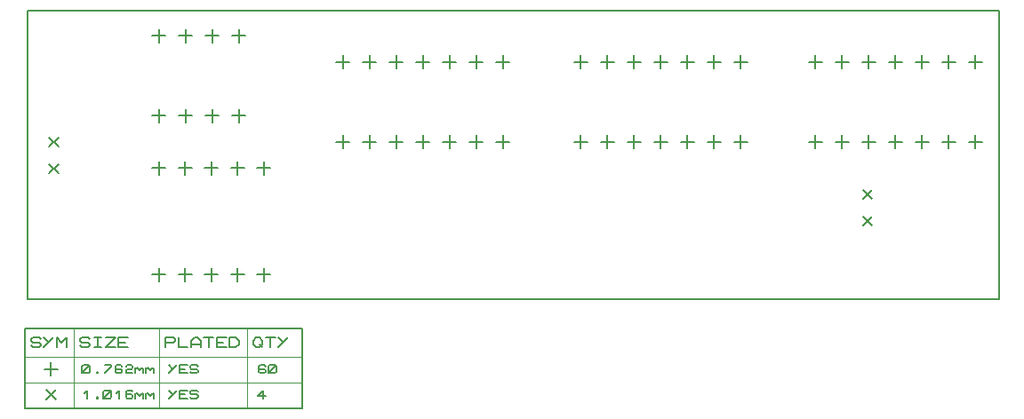
<source format=gbr>
G04 PROTEUS RS274X GERBER FILE*
%FSLAX45Y45*%
%MOMM*%
G01*
%ADD18C,0.203200*%
%ADD72C,0.127000*%
%ADD73C,0.063500*%
D18*
X-11750000Y+6813500D02*
X-11750000Y+6686500D01*
X-11813500Y+6750000D02*
X-11686500Y+6750000D01*
X-11750000Y+5797500D02*
X-11750000Y+5670500D01*
X-11813500Y+5734000D02*
X-11686500Y+5734000D01*
X-12000000Y+6813500D02*
X-12000000Y+6686500D01*
X-12063500Y+6750000D02*
X-11936500Y+6750000D01*
X-12000000Y+5797500D02*
X-12000000Y+5670500D01*
X-12063500Y+5734000D02*
X-11936500Y+5734000D01*
X-12250000Y+6813500D02*
X-12250000Y+6686500D01*
X-12313500Y+6750000D02*
X-12186500Y+6750000D01*
X-12250000Y+5797500D02*
X-12250000Y+5670500D01*
X-12313500Y+5734000D02*
X-12186500Y+5734000D01*
X-12500000Y+6813500D02*
X-12500000Y+6686500D01*
X-12563500Y+6750000D02*
X-12436500Y+6750000D01*
X-12500000Y+5797500D02*
X-12500000Y+5670500D01*
X-12563500Y+5734000D02*
X-12436500Y+5734000D01*
X-12750000Y+6813500D02*
X-12750000Y+6686500D01*
X-12813500Y+6750000D02*
X-12686500Y+6750000D01*
X-12750000Y+5797500D02*
X-12750000Y+5670500D01*
X-12813500Y+5734000D02*
X-12686500Y+5734000D01*
X-11000000Y+7063500D02*
X-11000000Y+6936500D01*
X-11063500Y+7000000D02*
X-10936500Y+7000000D01*
X-10746000Y+7063500D02*
X-10746000Y+6936500D01*
X-10809500Y+7000000D02*
X-10682500Y+7000000D01*
X-10492000Y+7063500D02*
X-10492000Y+6936500D01*
X-10555500Y+7000000D02*
X-10428500Y+7000000D01*
X-10238000Y+7063500D02*
X-10238000Y+6936500D01*
X-10301500Y+7000000D02*
X-10174500Y+7000000D01*
X-9984000Y+7063500D02*
X-9984000Y+6936500D01*
X-10047500Y+7000000D02*
X-9920500Y+7000000D01*
X-9730000Y+7063500D02*
X-9730000Y+6936500D01*
X-9793500Y+7000000D02*
X-9666500Y+7000000D01*
X-9476000Y+7063500D02*
X-9476000Y+6936500D01*
X-9539500Y+7000000D02*
X-9412500Y+7000000D01*
X-9476000Y+7825500D02*
X-9476000Y+7698500D01*
X-9539500Y+7762000D02*
X-9412500Y+7762000D01*
X-9730000Y+7825500D02*
X-9730000Y+7698500D01*
X-9793500Y+7762000D02*
X-9666500Y+7762000D01*
X-9984000Y+7825500D02*
X-9984000Y+7698500D01*
X-10047500Y+7762000D02*
X-9920500Y+7762000D01*
X-10238000Y+7825500D02*
X-10238000Y+7698500D01*
X-10301500Y+7762000D02*
X-10174500Y+7762000D01*
X-10492000Y+7825500D02*
X-10492000Y+7698500D01*
X-10555500Y+7762000D02*
X-10428500Y+7762000D01*
X-10746000Y+7825500D02*
X-10746000Y+7698500D01*
X-10809500Y+7762000D02*
X-10682500Y+7762000D01*
X-11000000Y+7825500D02*
X-11000000Y+7698500D01*
X-11063500Y+7762000D02*
X-10936500Y+7762000D01*
X-8734000Y+7063500D02*
X-8734000Y+6936500D01*
X-8797500Y+7000000D02*
X-8670500Y+7000000D01*
X-8480000Y+7063500D02*
X-8480000Y+6936500D01*
X-8543500Y+7000000D02*
X-8416500Y+7000000D01*
X-8226000Y+7063500D02*
X-8226000Y+6936500D01*
X-8289500Y+7000000D02*
X-8162500Y+7000000D01*
X-7972000Y+7063500D02*
X-7972000Y+6936500D01*
X-8035500Y+7000000D02*
X-7908500Y+7000000D01*
X-7718000Y+7063500D02*
X-7718000Y+6936500D01*
X-7781500Y+7000000D02*
X-7654500Y+7000000D01*
X-7464000Y+7063500D02*
X-7464000Y+6936500D01*
X-7527500Y+7000000D02*
X-7400500Y+7000000D01*
X-7210000Y+7063500D02*
X-7210000Y+6936500D01*
X-7273500Y+7000000D02*
X-7146500Y+7000000D01*
X-7210000Y+7825500D02*
X-7210000Y+7698500D01*
X-7273500Y+7762000D02*
X-7146500Y+7762000D01*
X-7464000Y+7825500D02*
X-7464000Y+7698500D01*
X-7527500Y+7762000D02*
X-7400500Y+7762000D01*
X-7718000Y+7825500D02*
X-7718000Y+7698500D01*
X-7781500Y+7762000D02*
X-7654500Y+7762000D01*
X-7972000Y+7825500D02*
X-7972000Y+7698500D01*
X-8035500Y+7762000D02*
X-7908500Y+7762000D01*
X-8226000Y+7825500D02*
X-8226000Y+7698500D01*
X-8289500Y+7762000D02*
X-8162500Y+7762000D01*
X-8480000Y+7825500D02*
X-8480000Y+7698500D01*
X-8543500Y+7762000D02*
X-8416500Y+7762000D01*
X-8734000Y+7825500D02*
X-8734000Y+7698500D01*
X-8797500Y+7762000D02*
X-8670500Y+7762000D01*
X-6500000Y+7063500D02*
X-6500000Y+6936500D01*
X-6563500Y+7000000D02*
X-6436500Y+7000000D01*
X-6246000Y+7063500D02*
X-6246000Y+6936500D01*
X-6309500Y+7000000D02*
X-6182500Y+7000000D01*
X-5992000Y+7063500D02*
X-5992000Y+6936500D01*
X-6055500Y+7000000D02*
X-5928500Y+7000000D01*
X-5738000Y+7063500D02*
X-5738000Y+6936500D01*
X-5801500Y+7000000D02*
X-5674500Y+7000000D01*
X-5484000Y+7063500D02*
X-5484000Y+6936500D01*
X-5547500Y+7000000D02*
X-5420500Y+7000000D01*
X-5230000Y+7063500D02*
X-5230000Y+6936500D01*
X-5293500Y+7000000D02*
X-5166500Y+7000000D01*
X-4976000Y+7063500D02*
X-4976000Y+6936500D01*
X-5039500Y+7000000D02*
X-4912500Y+7000000D01*
X-4976000Y+7825500D02*
X-4976000Y+7698500D01*
X-5039500Y+7762000D02*
X-4912500Y+7762000D01*
X-5230000Y+7825500D02*
X-5230000Y+7698500D01*
X-5293500Y+7762000D02*
X-5166500Y+7762000D01*
X-5484000Y+7825500D02*
X-5484000Y+7698500D01*
X-5547500Y+7762000D02*
X-5420500Y+7762000D01*
X-5738000Y+7825500D02*
X-5738000Y+7698500D01*
X-5801500Y+7762000D02*
X-5674500Y+7762000D01*
X-5992000Y+7825500D02*
X-5992000Y+7698500D01*
X-6055500Y+7762000D02*
X-5928500Y+7762000D01*
X-6246000Y+7825500D02*
X-6246000Y+7698500D01*
X-6309500Y+7762000D02*
X-6182500Y+7762000D01*
X-6500000Y+7825500D02*
X-6500000Y+7698500D01*
X-6563500Y+7762000D02*
X-6436500Y+7762000D01*
X-12750000Y+7313500D02*
X-12750000Y+7186500D01*
X-12813500Y+7250000D02*
X-12686500Y+7250000D01*
X-12496000Y+7313500D02*
X-12496000Y+7186500D01*
X-12559500Y+7250000D02*
X-12432500Y+7250000D01*
X-12242000Y+7313500D02*
X-12242000Y+7186500D01*
X-12305500Y+7250000D02*
X-12178500Y+7250000D01*
X-11988000Y+7313500D02*
X-11988000Y+7186500D01*
X-12051500Y+7250000D02*
X-11924500Y+7250000D01*
X-11988000Y+8075500D02*
X-11988000Y+7948500D01*
X-12051500Y+8012000D02*
X-11924500Y+8012000D01*
X-12242000Y+8075500D02*
X-12242000Y+7948500D01*
X-12305500Y+8012000D02*
X-12178500Y+8012000D01*
X-12496000Y+8075500D02*
X-12496000Y+7948500D01*
X-12559500Y+8012000D02*
X-12432500Y+8012000D01*
X-12750000Y+8075500D02*
X-12750000Y+7948500D01*
X-12813500Y+8012000D02*
X-12686500Y+8012000D01*
X-13794901Y+7044901D02*
X-13705099Y+6955099D01*
X-13794901Y+6955099D02*
X-13705099Y+7044901D01*
X-13794901Y+6790901D02*
X-13705099Y+6701099D01*
X-13794901Y+6701099D02*
X-13705099Y+6790901D01*
X-6044901Y+6544901D02*
X-5955099Y+6455099D01*
X-6044901Y+6455099D02*
X-5955099Y+6544901D01*
X-6044901Y+6290901D02*
X-5955099Y+6201099D01*
X-6044901Y+6201099D02*
X-5955099Y+6290901D01*
X-14000000Y+5500000D02*
X-4750000Y+5500000D01*
X-4750000Y+8250000D01*
X-14000000Y+8250000D01*
X-14000000Y+5500000D01*
D72*
X-14025400Y+4458600D02*
X-11381260Y+4458600D01*
X-11381260Y+5220600D01*
X-14025400Y+5220600D01*
X-14025400Y+4458600D01*
D73*
X-13558038Y+5220600D02*
X-13558038Y+4458600D01*
X-12745238Y+5220600D02*
X-12745238Y+4458600D01*
X-11912118Y+5220600D02*
X-11912118Y+4458600D01*
X-14025400Y+4947550D02*
X-11381260Y+4947550D01*
X-14025400Y+4706250D02*
X-11381260Y+4706250D01*
D72*
X-13968250Y+5056770D02*
X-13953010Y+5041530D01*
X-13892050Y+5041530D01*
X-13876810Y+5056770D01*
X-13876810Y+5072010D01*
X-13892050Y+5087250D01*
X-13953010Y+5087250D01*
X-13968250Y+5102490D01*
X-13968250Y+5117730D01*
X-13953010Y+5132970D01*
X-13892050Y+5132970D01*
X-13876810Y+5117730D01*
X-13754890Y+5132970D02*
X-13846330Y+5041530D01*
X-13846330Y+5132970D02*
X-13800610Y+5087250D01*
X-13724410Y+5041530D02*
X-13724410Y+5132970D01*
X-13678690Y+5087250D01*
X-13632970Y+5132970D01*
X-13632970Y+5041530D01*
X-13500890Y+5056770D02*
X-13485650Y+5041530D01*
X-13424690Y+5041530D01*
X-13409450Y+5056770D01*
X-13409450Y+5072010D01*
X-13424690Y+5087250D01*
X-13485650Y+5087250D01*
X-13500890Y+5102490D01*
X-13500890Y+5117730D01*
X-13485650Y+5132970D01*
X-13424690Y+5132970D01*
X-13409450Y+5117730D01*
X-13363730Y+5132970D02*
X-13302770Y+5132970D01*
X-13333250Y+5132970D02*
X-13333250Y+5041530D01*
X-13363730Y+5041530D02*
X-13302770Y+5041530D01*
X-13257050Y+5132970D02*
X-13165610Y+5132970D01*
X-13257050Y+5041530D01*
X-13165610Y+5041530D01*
X-13043690Y+5041530D02*
X-13135130Y+5041530D01*
X-13135130Y+5132970D01*
X-13043690Y+5132970D01*
X-13135130Y+5087250D02*
X-13074170Y+5087250D01*
X-12688090Y+5041530D02*
X-12688090Y+5132970D01*
X-12611890Y+5132970D01*
X-12596650Y+5117730D01*
X-12596650Y+5102490D01*
X-12611890Y+5087250D01*
X-12688090Y+5087250D01*
X-12566170Y+5132970D02*
X-12566170Y+5041530D01*
X-12474730Y+5041530D01*
X-12444250Y+5041530D02*
X-12444250Y+5102490D01*
X-12413770Y+5132970D01*
X-12383290Y+5132970D01*
X-12352810Y+5102490D01*
X-12352810Y+5041530D01*
X-12444250Y+5072010D02*
X-12352810Y+5072010D01*
X-12322330Y+5132970D02*
X-12230890Y+5132970D01*
X-12276610Y+5132970D02*
X-12276610Y+5041530D01*
X-12108970Y+5041530D02*
X-12200410Y+5041530D01*
X-12200410Y+5132970D01*
X-12108970Y+5132970D01*
X-12200410Y+5087250D02*
X-12139450Y+5087250D01*
X-12078490Y+5041530D02*
X-12078490Y+5132970D01*
X-12017530Y+5132970D01*
X-11987050Y+5102490D01*
X-11987050Y+5072010D01*
X-12017530Y+5041530D01*
X-12078490Y+5041530D01*
X-11854970Y+5102490D02*
X-11824490Y+5132970D01*
X-11794010Y+5132970D01*
X-11763530Y+5102490D01*
X-11763530Y+5072010D01*
X-11794010Y+5041530D01*
X-11824490Y+5041530D01*
X-11854970Y+5072010D01*
X-11854970Y+5102490D01*
X-11794010Y+5072010D02*
X-11763530Y+5041530D01*
X-11733050Y+5132970D02*
X-11641610Y+5132970D01*
X-11687330Y+5132970D02*
X-11687330Y+5041530D01*
X-11519690Y+5132970D02*
X-11611130Y+5041530D01*
X-11611130Y+5132970D02*
X-11565410Y+5087250D01*
D18*
X-13779020Y+4896750D02*
X-13779020Y+4769750D01*
X-13842520Y+4833250D02*
X-13715520Y+4833250D01*
D72*
X-13481840Y+4807850D02*
X-13481840Y+4858650D01*
X-13469140Y+4871350D01*
X-13418340Y+4871350D01*
X-13405640Y+4858650D01*
X-13405640Y+4807850D01*
X-13418340Y+4795150D01*
X-13469140Y+4795150D01*
X-13481840Y+4807850D01*
X-13481840Y+4795150D02*
X-13405640Y+4871350D01*
X-13342140Y+4807850D02*
X-13329440Y+4807850D01*
X-13329440Y+4795150D01*
X-13342140Y+4795150D01*
X-13342140Y+4807850D01*
X-13265940Y+4871350D02*
X-13202440Y+4871350D01*
X-13202440Y+4858650D01*
X-13265940Y+4795150D01*
X-13100840Y+4858650D02*
X-13113540Y+4871350D01*
X-13151640Y+4871350D01*
X-13164340Y+4858650D01*
X-13164340Y+4807850D01*
X-13151640Y+4795150D01*
X-13113540Y+4795150D01*
X-13100840Y+4807850D01*
X-13100840Y+4820550D01*
X-13113540Y+4833250D01*
X-13164340Y+4833250D01*
X-13062740Y+4858650D02*
X-13050040Y+4871350D01*
X-13011940Y+4871350D01*
X-12999240Y+4858650D01*
X-12999240Y+4845950D01*
X-13011940Y+4833250D01*
X-13050040Y+4833250D01*
X-13062740Y+4820550D01*
X-13062740Y+4795150D01*
X-12999240Y+4795150D01*
X-12973840Y+4795150D02*
X-12973840Y+4845950D01*
X-12973840Y+4833250D02*
X-12961140Y+4845950D01*
X-12935740Y+4820550D01*
X-12910340Y+4845950D01*
X-12897640Y+4833250D01*
X-12897640Y+4795150D01*
X-12872240Y+4795150D02*
X-12872240Y+4845950D01*
X-12872240Y+4833250D02*
X-12859540Y+4845950D01*
X-12834140Y+4820550D01*
X-12808740Y+4845950D01*
X-12796040Y+4833250D01*
X-12796040Y+4795150D01*
X-12580140Y+4871350D02*
X-12656340Y+4795150D01*
X-12656340Y+4871350D02*
X-12618240Y+4833250D01*
X-12478540Y+4795150D02*
X-12554740Y+4795150D01*
X-12554740Y+4871350D01*
X-12478540Y+4871350D01*
X-12554740Y+4833250D02*
X-12503940Y+4833250D01*
X-12453140Y+4807850D02*
X-12440440Y+4795150D01*
X-12389640Y+4795150D01*
X-12376940Y+4807850D01*
X-12376940Y+4820550D01*
X-12389640Y+4833250D01*
X-12440440Y+4833250D01*
X-12453140Y+4845950D01*
X-12453140Y+4858650D01*
X-12440440Y+4871350D01*
X-12389640Y+4871350D01*
X-12376940Y+4858650D01*
X-11734320Y+4858650D02*
X-11747020Y+4871350D01*
X-11785120Y+4871350D01*
X-11797820Y+4858650D01*
X-11797820Y+4807850D01*
X-11785120Y+4795150D01*
X-11747020Y+4795150D01*
X-11734320Y+4807850D01*
X-11734320Y+4820550D01*
X-11747020Y+4833250D01*
X-11797820Y+4833250D01*
X-11708920Y+4807850D02*
X-11708920Y+4858650D01*
X-11696220Y+4871350D01*
X-11645420Y+4871350D01*
X-11632720Y+4858650D01*
X-11632720Y+4807850D01*
X-11645420Y+4795150D01*
X-11696220Y+4795150D01*
X-11708920Y+4807850D01*
X-11708920Y+4795150D02*
X-11632720Y+4871350D01*
D18*
X-13823921Y+4636851D02*
X-13734119Y+4547049D01*
X-13823921Y+4547049D02*
X-13734119Y+4636851D01*
D72*
X-13456440Y+4604650D02*
X-13431040Y+4630050D01*
X-13431040Y+4553850D01*
X-13342140Y+4566550D02*
X-13329440Y+4566550D01*
X-13329440Y+4553850D01*
X-13342140Y+4553850D01*
X-13342140Y+4566550D01*
X-13278640Y+4566550D02*
X-13278640Y+4617350D01*
X-13265940Y+4630050D01*
X-13215140Y+4630050D01*
X-13202440Y+4617350D01*
X-13202440Y+4566550D01*
X-13215140Y+4553850D01*
X-13265940Y+4553850D01*
X-13278640Y+4566550D01*
X-13278640Y+4553850D02*
X-13202440Y+4630050D01*
X-13151640Y+4604650D02*
X-13126240Y+4630050D01*
X-13126240Y+4553850D01*
X-12999240Y+4617350D02*
X-13011940Y+4630050D01*
X-13050040Y+4630050D01*
X-13062740Y+4617350D01*
X-13062740Y+4566550D01*
X-13050040Y+4553850D01*
X-13011940Y+4553850D01*
X-12999240Y+4566550D01*
X-12999240Y+4579250D01*
X-13011940Y+4591950D01*
X-13062740Y+4591950D01*
X-12973840Y+4553850D02*
X-12973840Y+4604650D01*
X-12973840Y+4591950D02*
X-12961140Y+4604650D01*
X-12935740Y+4579250D01*
X-12910340Y+4604650D01*
X-12897640Y+4591950D01*
X-12897640Y+4553850D01*
X-12872240Y+4553850D02*
X-12872240Y+4604650D01*
X-12872240Y+4591950D02*
X-12859540Y+4604650D01*
X-12834140Y+4579250D01*
X-12808740Y+4604650D01*
X-12796040Y+4591950D01*
X-12796040Y+4553850D01*
X-12580140Y+4630050D02*
X-12656340Y+4553850D01*
X-12656340Y+4630050D02*
X-12618240Y+4591950D01*
X-12478540Y+4553850D02*
X-12554740Y+4553850D01*
X-12554740Y+4630050D01*
X-12478540Y+4630050D01*
X-12554740Y+4591950D02*
X-12503940Y+4591950D01*
X-12453140Y+4566550D02*
X-12440440Y+4553850D01*
X-12389640Y+4553850D01*
X-12376940Y+4566550D01*
X-12376940Y+4579250D01*
X-12389640Y+4591950D01*
X-12440440Y+4591950D01*
X-12453140Y+4604650D01*
X-12453140Y+4617350D01*
X-12440440Y+4630050D01*
X-12389640Y+4630050D01*
X-12376940Y+4617350D01*
X-11734320Y+4579250D02*
X-11810520Y+4579250D01*
X-11759720Y+4630050D01*
X-11759720Y+4553850D01*
M02*

</source>
